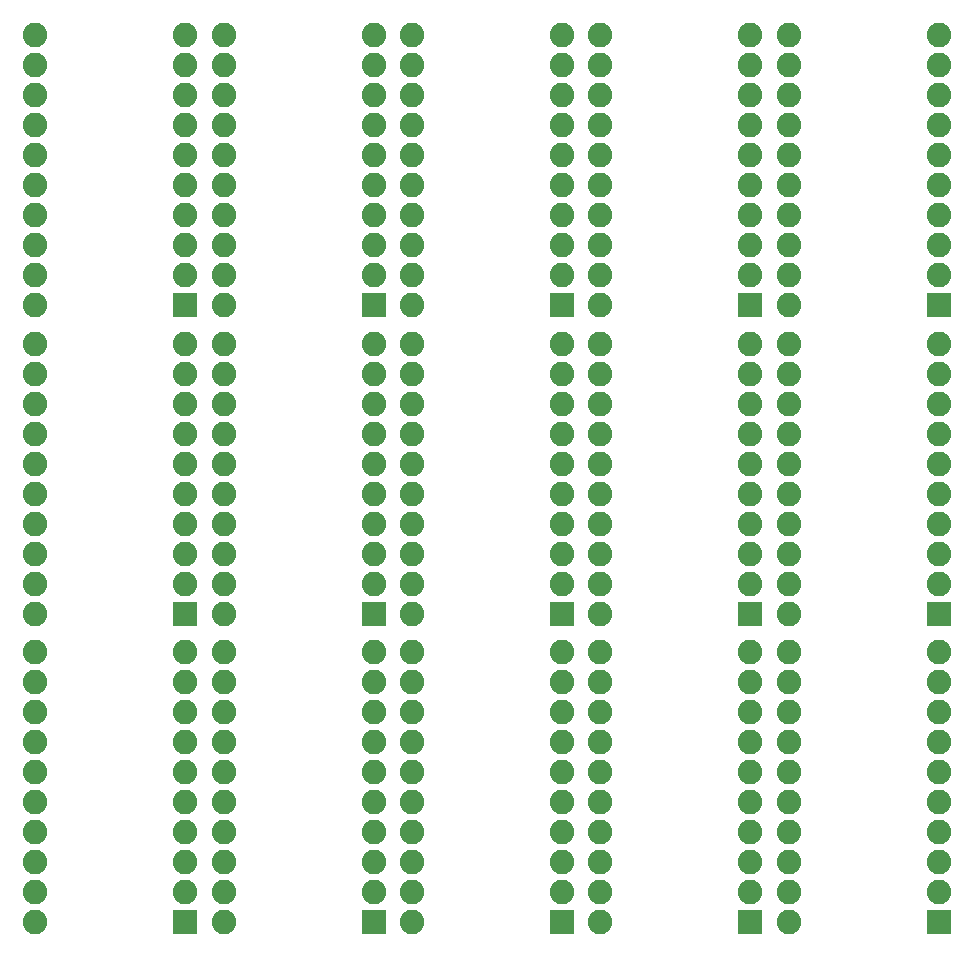
<source format=gbs>
G75*
%MOIN*%
%OFA0B0*%
%FSLAX24Y24*%
%IPPOS*%
%LPD*%
%AMOC8*
5,1,8,0,0,1.08239X$1,22.5*
%
%ADD10R,0.0820X0.0820*%
%ADD11C,0.0820*%
D10*
X008243Y007833D03*
X014518Y007833D03*
X020794Y007833D03*
X027070Y007833D03*
X033345Y007833D03*
X033345Y018109D03*
X027070Y018109D03*
X020794Y018109D03*
X014518Y018109D03*
X008243Y018109D03*
X008243Y028385D03*
X014518Y028385D03*
X020794Y028385D03*
X027070Y028385D03*
X033345Y028385D03*
D11*
X003243Y007833D03*
X003243Y008833D03*
X003243Y009833D03*
X003243Y010833D03*
X003243Y011833D03*
X003243Y012833D03*
X003243Y013833D03*
X003243Y014833D03*
X003243Y015833D03*
X003243Y016833D03*
X003243Y018109D03*
X003243Y019109D03*
X003243Y020109D03*
X003243Y021109D03*
X003243Y022109D03*
X003243Y023109D03*
X003243Y024109D03*
X003243Y025109D03*
X003243Y026109D03*
X003243Y027109D03*
X003243Y028385D03*
X003243Y029385D03*
X003243Y030385D03*
X003243Y031385D03*
X003243Y032385D03*
X003243Y033385D03*
X003243Y034385D03*
X003243Y035385D03*
X003243Y036385D03*
X003243Y037385D03*
X008243Y037385D03*
X008243Y036385D03*
X008243Y035385D03*
X008243Y034385D03*
X008243Y033385D03*
X008243Y032385D03*
X008243Y031385D03*
X008243Y030385D03*
X008243Y029385D03*
X009518Y029385D03*
X009518Y030385D03*
X009518Y031385D03*
X009518Y032385D03*
X009518Y033385D03*
X009518Y034385D03*
X009518Y035385D03*
X009518Y036385D03*
X009518Y037385D03*
X014518Y037385D03*
X014518Y036385D03*
X014518Y035385D03*
X014518Y034385D03*
X014518Y033385D03*
X014518Y032385D03*
X014518Y031385D03*
X014518Y030385D03*
X014518Y029385D03*
X015794Y029385D03*
X015794Y030385D03*
X015794Y031385D03*
X015794Y032385D03*
X015794Y033385D03*
X015794Y034385D03*
X015794Y035385D03*
X015794Y036385D03*
X015794Y037385D03*
X020794Y037385D03*
X020794Y036385D03*
X020794Y035385D03*
X020794Y034385D03*
X020794Y033385D03*
X020794Y032385D03*
X020794Y031385D03*
X020794Y030385D03*
X020794Y029385D03*
X022070Y029385D03*
X022070Y030385D03*
X022070Y031385D03*
X022070Y032385D03*
X022070Y033385D03*
X022070Y034385D03*
X022070Y035385D03*
X022070Y036385D03*
X022070Y037385D03*
X027070Y037385D03*
X027070Y036385D03*
X027070Y035385D03*
X027070Y034385D03*
X027070Y033385D03*
X027070Y032385D03*
X027070Y031385D03*
X027070Y030385D03*
X027070Y029385D03*
X028345Y029385D03*
X028345Y030385D03*
X028345Y031385D03*
X028345Y032385D03*
X028345Y033385D03*
X028345Y034385D03*
X028345Y035385D03*
X028345Y036385D03*
X028345Y037385D03*
X033345Y037385D03*
X033345Y036385D03*
X033345Y035385D03*
X033345Y034385D03*
X033345Y033385D03*
X033345Y032385D03*
X033345Y031385D03*
X033345Y030385D03*
X033345Y029385D03*
X033345Y027109D03*
X033345Y026109D03*
X033345Y025109D03*
X033345Y024109D03*
X033345Y023109D03*
X033345Y022109D03*
X033345Y021109D03*
X033345Y020109D03*
X033345Y019109D03*
X033345Y016833D03*
X033345Y015833D03*
X033345Y014833D03*
X033345Y013833D03*
X033345Y012833D03*
X033345Y011833D03*
X033345Y010833D03*
X033345Y009833D03*
X033345Y008833D03*
X028345Y008833D03*
X028345Y009833D03*
X028345Y010833D03*
X028345Y011833D03*
X028345Y012833D03*
X028345Y013833D03*
X028345Y014833D03*
X028345Y015833D03*
X028345Y016833D03*
X028345Y018109D03*
X028345Y019109D03*
X028345Y020109D03*
X028345Y021109D03*
X028345Y022109D03*
X028345Y023109D03*
X028345Y024109D03*
X028345Y025109D03*
X028345Y026109D03*
X028345Y027109D03*
X028345Y028385D03*
X027070Y027109D03*
X027070Y026109D03*
X027070Y025109D03*
X027070Y024109D03*
X027070Y023109D03*
X027070Y022109D03*
X027070Y021109D03*
X027070Y020109D03*
X027070Y019109D03*
X027070Y016833D03*
X027070Y015833D03*
X027070Y014833D03*
X027070Y013833D03*
X027070Y012833D03*
X027070Y011833D03*
X027070Y010833D03*
X027070Y009833D03*
X027070Y008833D03*
X028345Y007833D03*
X022070Y007833D03*
X022070Y008833D03*
X022070Y009833D03*
X022070Y010833D03*
X022070Y011833D03*
X022070Y012833D03*
X022070Y013833D03*
X022070Y014833D03*
X022070Y015833D03*
X022070Y016833D03*
X022070Y018109D03*
X022070Y019109D03*
X022070Y020109D03*
X022070Y021109D03*
X022070Y022109D03*
X022070Y023109D03*
X022070Y024109D03*
X022070Y025109D03*
X022070Y026109D03*
X022070Y027109D03*
X022070Y028385D03*
X020794Y027109D03*
X020794Y026109D03*
X020794Y025109D03*
X020794Y024109D03*
X020794Y023109D03*
X020794Y022109D03*
X020794Y021109D03*
X020794Y020109D03*
X020794Y019109D03*
X020794Y016833D03*
X020794Y015833D03*
X020794Y014833D03*
X020794Y013833D03*
X020794Y012833D03*
X020794Y011833D03*
X020794Y010833D03*
X020794Y009833D03*
X020794Y008833D03*
X015794Y008833D03*
X015794Y009833D03*
X015794Y010833D03*
X015794Y011833D03*
X015794Y012833D03*
X015794Y013833D03*
X015794Y014833D03*
X015794Y015833D03*
X015794Y016833D03*
X015794Y018109D03*
X015794Y019109D03*
X015794Y020109D03*
X015794Y021109D03*
X015794Y022109D03*
X015794Y023109D03*
X015794Y024109D03*
X015794Y025109D03*
X015794Y026109D03*
X015794Y027109D03*
X015794Y028385D03*
X014518Y027109D03*
X014518Y026109D03*
X014518Y025109D03*
X014518Y024109D03*
X014518Y023109D03*
X014518Y022109D03*
X014518Y021109D03*
X014518Y020109D03*
X014518Y019109D03*
X014518Y016833D03*
X014518Y015833D03*
X014518Y014833D03*
X014518Y013833D03*
X014518Y012833D03*
X014518Y011833D03*
X014518Y010833D03*
X014518Y009833D03*
X014518Y008833D03*
X015794Y007833D03*
X009518Y007833D03*
X009518Y008833D03*
X009518Y009833D03*
X009518Y010833D03*
X009518Y011833D03*
X009518Y012833D03*
X009518Y013833D03*
X009518Y014833D03*
X009518Y015833D03*
X009518Y016833D03*
X009518Y018109D03*
X009518Y019109D03*
X009518Y020109D03*
X009518Y021109D03*
X009518Y022109D03*
X009518Y023109D03*
X009518Y024109D03*
X009518Y025109D03*
X009518Y026109D03*
X009518Y027109D03*
X009518Y028385D03*
X008243Y027109D03*
X008243Y026109D03*
X008243Y025109D03*
X008243Y024109D03*
X008243Y023109D03*
X008243Y022109D03*
X008243Y021109D03*
X008243Y020109D03*
X008243Y019109D03*
X008243Y016833D03*
X008243Y015833D03*
X008243Y014833D03*
X008243Y013833D03*
X008243Y012833D03*
X008243Y011833D03*
X008243Y010833D03*
X008243Y009833D03*
X008243Y008833D03*
M02*

</source>
